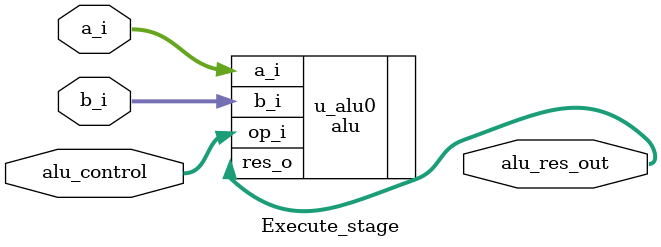
<source format=sv>


module Execute_stage#
(
parameter DATA_WIDTH =32,
parameter ALU_CONTROL=4
)
(
    input  [DATA_WIDTH-1:0] a_i,
    input  [DATA_WIDTH-1:0] b_i,
    input  [ALU_CONTROL-1:0]  alu_control,
    
    output logic [DATA_WIDTH-1:0] alu_res_out
);
    // ALU
    alu u_alu0 
    (
        .a_i(a_i),
        .b_i(b_i),
        .op_i(alu_control),
        .res_o(alu_res_out)
    );
endmodule

</source>
